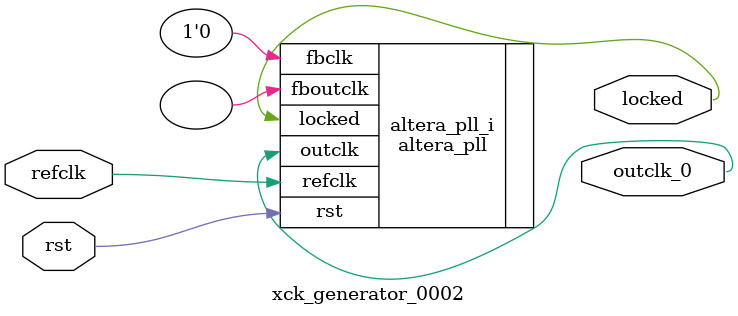
<source format=v>
`timescale 1ns/10ps
module  xck_generator_0002(

	// interface 'refclk'
	input wire refclk,

	// interface 'reset'
	input wire rst,

	// interface 'outclk0'
	output wire outclk_0,

	// interface 'locked'
	output wire locked
);

	altera_pll #(
		.fractional_vco_multiplier("true"),
		.reference_clock_frequency("50.0 MHz"),
		.operation_mode("direct"),
		.number_of_clocks(1),
		.output_clock_frequency0("12.288000 MHz"),
		.phase_shift0("0 ps"),
		.duty_cycle0(50),
		.output_clock_frequency1("0 MHz"),
		.phase_shift1("0 ps"),
		.duty_cycle1(50),
		.output_clock_frequency2("0 MHz"),
		.phase_shift2("0 ps"),
		.duty_cycle2(50),
		.output_clock_frequency3("0 MHz"),
		.phase_shift3("0 ps"),
		.duty_cycle3(50),
		.output_clock_frequency4("0 MHz"),
		.phase_shift4("0 ps"),
		.duty_cycle4(50),
		.output_clock_frequency5("0 MHz"),
		.phase_shift5("0 ps"),
		.duty_cycle5(50),
		.output_clock_frequency6("0 MHz"),
		.phase_shift6("0 ps"),
		.duty_cycle6(50),
		.output_clock_frequency7("0 MHz"),
		.phase_shift7("0 ps"),
		.duty_cycle7(50),
		.output_clock_frequency8("0 MHz"),
		.phase_shift8("0 ps"),
		.duty_cycle8(50),
		.output_clock_frequency9("0 MHz"),
		.phase_shift9("0 ps"),
		.duty_cycle9(50),
		.output_clock_frequency10("0 MHz"),
		.phase_shift10("0 ps"),
		.duty_cycle10(50),
		.output_clock_frequency11("0 MHz"),
		.phase_shift11("0 ps"),
		.duty_cycle11(50),
		.output_clock_frequency12("0 MHz"),
		.phase_shift12("0 ps"),
		.duty_cycle12(50),
		.output_clock_frequency13("0 MHz"),
		.phase_shift13("0 ps"),
		.duty_cycle13(50),
		.output_clock_frequency14("0 MHz"),
		.phase_shift14("0 ps"),
		.duty_cycle14(50),
		.output_clock_frequency15("0 MHz"),
		.phase_shift15("0 ps"),
		.duty_cycle15(50),
		.output_clock_frequency16("0 MHz"),
		.phase_shift16("0 ps"),
		.duty_cycle16(50),
		.output_clock_frequency17("0 MHz"),
		.phase_shift17("0 ps"),
		.duty_cycle17(50),
		.pll_type("General"),
		.pll_subtype("General")
	) altera_pll_i (
		.rst	(rst),
		.outclk	({outclk_0}),
		.locked	(locked),
		.fboutclk	( ),
		.fbclk	(1'b0),
		.refclk	(refclk)
	);
endmodule


</source>
